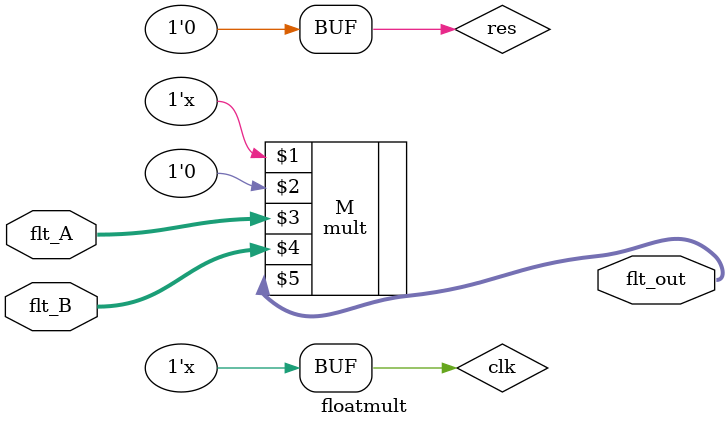
<source format=v>
`timescale 1ps / 1ps


module floatmult(flt_A,flt_B,flt_out);

input [31:0] flt_A,flt_B;
output [31:0] flt_out;

reg clk,res;

mult M(clk,res,flt_A,flt_B,flt_out);

initial
clk=0;

always @*
#1 clk<=~clk;
// 46 ps for 1ps/1ps

always @(flt_A or flt_B)
begin
res=1;
#3 res=0;
end

endmodule
/*

module floatmult_testbench();

reg [31:0] flt_A,flt_B;
wire [31:0] flt_out;

floatmult MM(flt_A,flt_B,flt_out);

initial
begin
flt_A= 32'h43918000;
flt_B= 32'h428ca000;
#200 flt_B=32'hc3910000;
end
endmodule
*/
</source>
